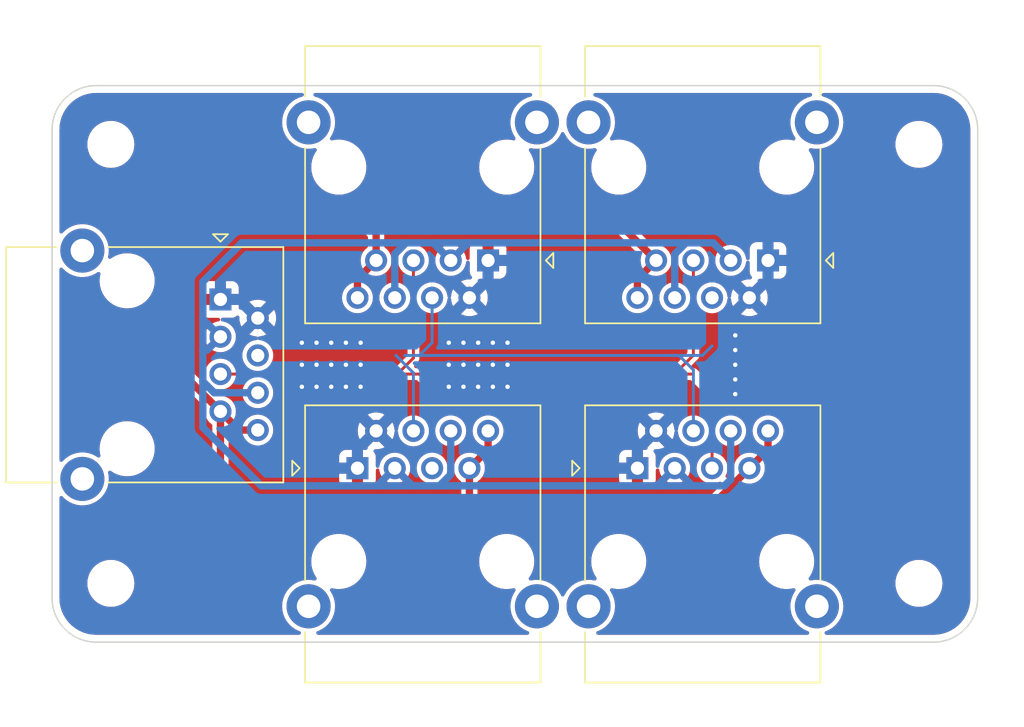
<source format=kicad_pcb>
(kicad_pcb (version 20221018) (generator pcbnew)
  (layers (0 "F.Cu" signal) (31 "B.Cu" signal) (34 "B.Paste" user) (35 "F.Paste" user) (36 "B.SilkS" user "B.Silkscreen") (37 "F.SilkS" user "F.Silkscreen") (38 "B.Mask" user) (39 "F.Mask" user) (44 "Edge.Cuts" user))
  (net 0 "")
  (net 1 "GND")
  (net 2 "+12V")
  (net 3 "+5V")
  (net 4 "CAN_L")
  (net 5 "CAN_H")
  (footprint "Connector_RJ:RJ45_Ninigi_GE" (layer "F.Cu") (at 122.051666 100.1725 180)
    (fp_text reference "J2" hide)
    (fp_text value "RJ45")
    (fp_line (start -4.441 -0.508) (end -4.441 0.508) (stroke (width 0.12)) (layer "F.SilkS"))
    (fp_line (start -4.441 0.508) (end -3.933 0) (stroke (width 0.12)) (layer "F.SilkS"))
    (fp_line (start -3.933 0) (end -4.441 -0.508) (stroke (width 0.12)) (layer "F.SilkS"))
    (fp_line (start -3.565 -4.28) (end -3.565 7.65) (stroke (width 0.12)) (layer "F.SilkS"))
    (fp_line (start -3.565 11.15) (end -3.565 14.59) (stroke (width 0.12)) (layer "F.SilkS"))
    (fp_line (start 12.455 -4.28) (end -3.565 -4.28) (stroke (width 0.12)) (layer "F.SilkS"))
    (fp_line (start 12.455 -4.28) (end 12.455 7.65) (stroke (width 0.12)) (layer "F.SilkS"))
    (fp_line (start 12.455 11.15) (end 12.455 14.59) (stroke (width 0.12)) (layer "F.SilkS"))
    (fp_line (start 12.455 14.59) (end -3.565 14.59) (stroke (width 0.12)) (layer "F.SilkS"))
    (pad "" np_thru_hole circle (at -1.27 6.35 180) (size 3.25 3.25) (drill 3.25) (layers "*.Cu" "*.Mask"))
    (pad "" np_thru_hole circle (at 10.16 6.35) (size 3.25 3.25) (drill 3.25) (layers "*.Cu" "*.Mask"))
    (pad "1" thru_hole rect (at 0 0) (size 1.5 1.5) (drill 0.9) (layers "*.Cu" "*.Mask") (net 1 "GND"))
    (pad "2" thru_hole circle (at 1.27 -2.54) (size 1.5 1.5) (drill 0.9) (layers "*.Cu" "*.Mask") (net 1 "GND"))
    (pad "3" thru_hole circle (at 2.54 0) (size 1.5 1.5) (drill 0.9) (layers "*.Cu" "*.Mask") (net 3 "+5V"))
    (pad "4" thru_hole circle (at 3.81 -2.54) (size 1.5 1.5) (drill 0.9) (layers "*.Cu" "*.Mask") (net 4 "CAN_L"))
    (pad "5" thru_hole circle (at 5.08 0) (size 1.5 1.5) (drill 0.9) (layers "*.Cu" "*.Mask") (net 5 "CAN_H"))
    (pad "6" thru_hole circle (at 6.35 -2.54) (size 1.5 1.5) (drill 0.9) (layers "*.Cu" "*.Mask") (net 3 "+5V"))
    (pad "7" thru_hole circle (at 7.62 0) (size 1.5 1.5) (drill 0.9) (layers "*.Cu" "*.Mask") (net 2 "+12V"))
    (pad "8" thru_hole circle (at 8.89 -2.54) (size 1.5 1.5) (drill 0.9) (layers "*.Cu" "*.Mask") (net 2 "+12V"))
    (pad "SH" thru_hole circle (at -3.325 9.4 180) (size 3 3) (drill 1.6) (layers "*.Cu" "*.Mask"))
    (pad "SH" thru_hole circle (at 12.215 9.4) (size 3 3) (drill 1.6) (layers "*.Cu" "*.Mask"))
  )
  (footprint "Connector_RJ:RJ45_Ninigi_GE" (layer "F.Cu") (at 132.216666 114.3125)
    (fp_text reference "J5" hide)
    (fp_text value "RJ45")
    (fp_line (start -4.441 -0.508) (end -4.441 0.508) (stroke (width 0.12)) (layer "F.SilkS"))
    (fp_line (start -4.441 0.508) (end -3.933 0) (stroke (width 0.12)) (layer "F.SilkS"))
    (fp_line (start -3.933 0) (end -4.441 -0.508) (stroke (width 0.12)) (layer "F.SilkS"))
    (fp_line (start -3.565 -4.28) (end -3.565 7.65) (stroke (width 0.12)) (layer "F.SilkS"))
    (fp_line (start -3.565 11.15) (end -3.565 14.59) (stroke (width 0.12)) (layer "F.SilkS"))
    (fp_line (start 12.455 -4.28) (end -3.565 -4.28) (stroke (width 0.12)) (layer "F.SilkS"))
    (fp_line (start 12.455 -4.28) (end 12.455 7.65) (stroke (width 0.12)) (layer "F.SilkS"))
    (fp_line (start 12.455 11.15) (end 12.455 14.59) (stroke (width 0.12)) (layer "F.SilkS"))
    (fp_line (start 12.455 14.59) (end -3.565 14.59) (stroke (width 0.12)) (layer "F.SilkS"))
    (pad "" np_thru_hole circle (at -1.27 6.35) (size 3.25 3.25) (drill 3.25) (layers "*.Cu" "*.Mask"))
    (pad "" np_thru_hole circle (at 10.16 6.35 180) (size 3.25 3.25) (drill 3.25) (layers "*.Cu" "*.Mask"))
    (pad "1" thru_hole rect (at 0 0 180) (size 1.5 1.5) (drill 0.9) (layers "*.Cu" "*.Mask") (net 1 "GND"))
    (pad "2" thru_hole circle (at 1.27 -2.54 180) (size 1.5 1.5) (drill 0.9) (layers "*.Cu" "*.Mask") (net 1 "GND"))
    (pad "3" thru_hole circle (at 2.54 0 180) (size 1.5 1.5) (drill 0.9) (layers "*.Cu" "*.Mask") (net 3 "+5V"))
    (pad "4" thru_hole circle (at 3.81 -2.54 180) (size 1.5 1.5) (drill 0.9) (layers "*.Cu" "*.Mask") (net 4 "CAN_L"))
    (pad "5" thru_hole circle (at 5.08 0 180) (size 1.5 1.5) (drill 0.9) (layers "*.Cu" "*.Mask") (net 5 "CAN_H"))
    (pad "6" thru_hole circle (at 6.35 -2.54 180) (size 1.5 1.5) (drill 0.9) (layers "*.Cu" "*.Mask") (net 3 "+5V"))
    (pad "7" thru_hole circle (at 7.62 0 180) (size 1.5 1.5) (drill 0.9) (layers "*.Cu" "*.Mask") (net 2 "+12V"))
    (pad "8" thru_hole circle (at 8.89 -2.54 180) (size 1.5 1.5) (drill 0.9) (layers "*.Cu" "*.Mask") (net 2 "+12V"))
    (pad "SH" thru_hole circle (at -3.325 9.4) (size 3 3) (drill 1.6) (layers "*.Cu" "*.Mask"))
    (pad "SH" thru_hole circle (at 12.215 9.4 180) (size 3 3) (drill 1.6) (layers "*.Cu" "*.Mask"))
  )
  (footprint "MountingHole:MountingHole_2.7mm_M2.5_DIN965" (layer "F.Cu") (at 151.376666 92.2725)
    (fp_text reference "REF**" hide)
    (fp_text value "MountingHole_2.7mm_M2.5_DIN965" hide)
    (pad "" np_thru_hole circle (at 0 0) (size 2.7 2.7) (drill 2.7) (layers "F&B.Cu" "*.Mask"))
  )
  (footprint "Connector_RJ:RJ45_Ninigi_GE" (layer "F.Cu") (at 103.836666 102.8275 -90)
    (fp_text reference "J1" hide)
    (fp_text value "RJ45")
    (fp_line (start -4.441 -0.508) (end -4.441 0.508) (stroke (width 0.12)) (layer "F.SilkS"))
    (fp_line (start -4.441 0.508) (end -3.933 0) (stroke (width 0.12)) (layer "F.SilkS"))
    (fp_line (start -3.933 0) (end -4.441 -0.508) (stroke (width 0.12)) (layer "F.SilkS"))
    (fp_line (start -3.565 -4.28) (end -3.565 7.65) (stroke (width 0.12)) (layer "F.SilkS"))
    (fp_line (start -3.565 11.15) (end -3.565 14.59) (stroke (width 0.12)) (layer "F.SilkS"))
    (fp_line (start 12.455 -4.28) (end -3.565 -4.28) (stroke (width 0.12)) (layer "F.SilkS"))
    (fp_line (start 12.455 -4.28) (end 12.455 7.65) (stroke (width 0.12)) (layer "F.SilkS"))
    (fp_line (start 12.455 11.15) (end 12.455 14.59) (stroke (width 0.12)) (layer "F.SilkS"))
    (fp_line (start 12.455 14.59) (end -3.565 14.59) (stroke (width 0.12)) (layer "F.SilkS"))
    (pad "" np_thru_hole circle (at -1.27 6.35 270) (size 3.25 3.25) (drill 3.25) (layers "*.Cu" "*.Mask"))
    (pad "" np_thru_hole circle (at 10.16 6.35 90) (size 3.25 3.25) (drill 3.25) (layers "*.Cu" "*.Mask"))
    (pad "1" thru_hole rect (at 0 0 90) (size 1.5 1.5) (drill 0.9) (layers "*.Cu" "*.Mask") (net 1 "GND"))
    (pad "2" thru_hole circle (at 1.27 -2.54 90) (size 1.5 1.5) (drill 0.9) (layers "*.Cu" "*.Mask") (net 1 "GND"))
    (pad "3" thru_hole circle (at 2.54 0 90) (size 1.5 1.5) (drill 0.9) (layers "*.Cu" "*.Mask") (net 3 "+5V"))
    (pad "4" thru_hole circle (at 3.81 -2.54 90) (size 1.5 1.5) (drill 0.9) (layers "*.Cu" "*.Mask") (net 4 "CAN_L"))
    (pad "5" thru_hole circle (at 5.08 0 90) (size 1.5 1.5) (drill 0.9) (layers "*.Cu" "*.Mask") (net 5 "CAN_H"))
    (pad "6" thru_hole circle (at 6.35 -2.54 90) (size 1.5 1.5) (drill 0.9) (layers "*.Cu" "*.Mask") (net 3 "+5V"))
    (pad "7" thru_hole circle (at 7.62 0 90) (size 1.5 1.5) (drill 0.9) (layers "*.Cu" "*.Mask") (net 2 "+12V"))
    (pad "8" thru_hole circle (at 8.89 -2.54 90) (size 1.5 1.5) (drill 0.9) (layers "*.Cu" "*.Mask") (net 2 "+12V"))
    (pad "SH" thru_hole circle (at -3.325 9.4 270) (size 3 3) (drill 1.6) (layers "*.Cu" "*.Mask"))
    (pad "SH" thru_hole circle (at 12.215 9.4 90) (size 3 3) (drill 1.6) (layers "*.Cu" "*.Mask"))
  )
  (footprint "MountingHole:MountingHole_2.7mm_M2.5_DIN965" (layer "F.Cu") (at 96.376666 92.2725)
    (fp_text reference "REF**" hide)
    (fp_text value "MountingHole_2.7mm_M2.5_DIN965" hide)
    (pad "" np_thru_hole circle (at 0 0) (size 2.7 2.7) (drill 2.7) (layers "F&B.Cu" "*.Mask"))
  )
  (footprint "Connector_RJ:RJ45_Ninigi_GE" (layer "F.Cu") (at 141.106666 100.1725 180)
    (fp_text reference "J3" hide)
    (fp_text value "RJ45")
    (fp_line (start -4.441 -0.508) (end -4.441 0.508) (stroke (width 0.12)) (layer "F.SilkS"))
    (fp_line (start -4.441 0.508) (end -3.933 0) (stroke (width 0.12)) (layer "F.SilkS"))
    (fp_line (start -3.933 0) (end -4.441 -0.508) (stroke (width 0.12)) (layer "F.SilkS"))
    (fp_line (start -3.565 -4.28) (end -3.565 7.65) (stroke (width 0.12)) (layer "F.SilkS"))
    (fp_line (start -3.565 11.15) (end -3.565 14.59) (stroke (width 0.12)) (layer "F.SilkS"))
    (fp_line (start 12.455 -4.28) (end -3.565 -4.28) (stroke (width 0.12)) (layer "F.SilkS"))
    (fp_line (start 12.455 -4.28) (end 12.455 7.65) (stroke (width 0.12)) (layer "F.SilkS"))
    (fp_line (start 12.455 11.15) (end 12.455 14.59) (stroke (width 0.12)) (layer "F.SilkS"))
    (fp_line (start 12.455 14.59) (end -3.565 14.59) (stroke (width 0.12)) (layer "F.SilkS"))
    (pad "" np_thru_hole circle (at -1.27 6.35 180) (size 3.25 3.25) (drill 3.25) (layers "*.Cu" "*.Mask"))
    (pad "" np_thru_hole circle (at 10.16 6.35) (size 3.25 3.25) (drill 3.25) (layers "*.Cu" "*.Mask"))
    (pad "1" thru_hole rect (at 0 0) (size 1.5 1.5) (drill 0.9) (layers "*.Cu" "*.Mask") (net 1 "GND"))
    (pad "2" thru_hole circle (at 1.27 -2.54) (size 1.5 1.5) (drill 0.9) (layers "*.Cu" "*.Mask") (net 1 "GND"))
    (pad "3" thru_hole circle (at 2.54 0) (size 1.5 1.5) (drill 0.9) (layers "*.Cu" "*.Mask") (net 3 "+5V"))
    (pad "4" thru_hole circle (at 3.81 -2.54) (size 1.5 1.5) (drill 0.9) (layers "*.Cu" "*.Mask") (net 4 "CAN_L"))
    (pad "5" thru_hole circle (at 5.08 0) (size 1.5 1.5) (drill 0.9) (layers "*.Cu" "*.Mask") (net 5 "CAN_H"))
    (pad "6" thru_hole circle (at 6.35 -2.54) (size 1.5 1.5) (drill 0.9) (layers "*.Cu" "*.Mask") (net 3 "+5V"))
    (pad "7" thru_hole circle (at 7.62 0) (size 1.5 1.5) (drill 0.9) (layers "*.Cu" "*.Mask") (net 2 "+12V"))
    (pad "8" thru_hole circle (at 8.89 -2.54) (size 1.5 1.5) (drill 0.9) (layers "*.Cu" "*.Mask") (net 2 "+12V"))
    (pad "SH" thru_hole circle (at -3.325 9.4 180) (size 3 3) (drill 1.6) (layers "*.Cu" "*.Mask"))
    (pad "SH" thru_hole circle (at 12.215 9.4) (size 3 3) (drill 1.6) (layers "*.Cu" "*.Mask"))
  )
  (footprint "MountingHole:MountingHole_2.7mm_M2.5_DIN965" (layer "F.Cu") (at 96.376666 122.15118)
    (fp_text reference "REF**" hide)
    (fp_text value "MountingHole_2.7mm_M2.5_DIN965" hide)
    (pad "" np_thru_hole circle (at 0 0) (size 2.7 2.7) (drill 2.7) (layers "F&B.Cu" "*.Mask"))
  )
  (footprint "Connector_RJ:RJ45_Ninigi_GE" (layer "F.Cu") (at 113.161666 114.3125)
    (fp_text reference "J4" hide)
    (fp_text value "RJ45")
    (fp_line (start -4.441 -0.508) (end -4.441 0.508) (stroke (width 0.12)) (layer "F.SilkS"))
    (fp_line (start -4.441 0.508) (end -3.933 0) (stroke (width 0.12)) (layer "F.SilkS"))
    (fp_line (start -3.933 0) (end -4.441 -0.508) (stroke (width 0.12)) (layer "F.SilkS"))
    (fp_line (start -3.565 -4.28) (end -3.565 7.65) (stroke (width 0.12)) (layer "F.SilkS"))
    (fp_line (start -3.565 11.15) (end -3.565 14.59) (stroke (width 0.12)) (layer "F.SilkS"))
    (fp_line (start 12.455 -4.28) (end -3.565 -4.28) (stroke (width 0.12)) (layer "F.SilkS"))
    (fp_line (start 12.455 -4.28) (end 12.455 7.65) (stroke (width 0.12)) (layer "F.SilkS"))
    (fp_line (start 12.455 11.15) (end 12.455 14.59) (stroke (width 0.12)) (layer "F.SilkS"))
    (fp_line (start 12.455 14.59) (end -3.565 14.59) (stroke (width 0.12)) (layer "F.SilkS"))
    (pad "" np_thru_hole circle (at -1.27 6.35) (size 3.25 3.25) (drill 3.25) (layers "*.Cu" "*.Mask"))
    (pad "" np_thru_hole circle (at 10.16 6.35 180) (size 3.25 3.25) (drill 3.25) (layers "*.Cu" "*.Mask"))
    (pad "1" thru_hole rect (at 0 0 180) (size 1.5 1.5) (drill 0.9) (layers "*.Cu" "*.Mask") (net 1 "GND"))
    (pad "2" thru_hole circle (at 1.27 -2.54 180) (size 1.5 1.5) (drill 0.9) (layers "*.Cu" "*.Mask") (net 1 "GND"))
    (pad "3" thru_hole circle (at 2.54 0 180) (size 1.5 1.5) (drill 0.9) (layers "*.Cu" "*.Mask") (net 3 "+5V"))
    (pad "4" thru_hole circle (at 3.81 -2.54 180) (size 1.5 1.5) (drill 0.9) (layers "*.Cu" "*.Mask") (net 4 "CAN_L"))
    (pad "5" thru_hole circle (at 5.08 0 180) (size 1.5 1.5) (drill 0.9) (layers "*.Cu" "*.Mask") (net 5 "CAN_H"))
    (pad "6" thru_hole circle (at 6.35 -2.54 180) (size 1.5 1.5) (drill 0.9) (layers "*.Cu" "*.Mask") (net 3 "+5V"))
    (pad "7" thru_hole circle (at 7.62 0 180) (size 1.5 1.5) (drill 0.9) (layers "*.Cu" "*.Mask") (net 2 "+12V"))
    (pad "8" thru_hole circle (at 8.89 -2.54 180) (size 1.5 1.5) (drill 0.9) (layers "*.Cu" "*.Mask") (net 2 "+12V"))
    (pad "SH" thru_hole circle (at -3.325 9.4) (size 3 3) (drill 1.6) (layers "*.Cu" "*.Mask"))
    (pad "SH" thru_hole circle (at 12.215 9.4 180) (size 3 3) (drill 1.6) (layers "*.Cu" "*.Mask"))
  )
  (footprint "MountingHole:MountingHole_2.7mm_M2.5_DIN965" (layer "F.Cu") (at 151.376666 122.15118)
    (fp_text reference "REF**" hide)
    (fp_text value "MountingHole_2.7mm_M2.5_DIN965" hide)
    (pad "" np_thru_hole circle (at 0 0) (size 2.7 2.7) (drill 2.7) (layers "F&B.Cu" "*.Mask"))
  )
  (gr_line (start 155.376666 91.2725) (end 155.376666 107.2725) (stroke (width 0.1)) (layer "Edge.Cuts"))
  (gr_arc (start 152.376666 88.2725) (mid 154.498008 89.151168) (end 155.376666 91.2725) (stroke (width 0.1)) (layer "Edge.Cuts"))
  (gr_arc (start 155.376666 123.15118) (mid 154.497984 125.272488) (end 152.376666 126.15118) (stroke (width 0.1)) (layer "Edge.Cuts"))
  (gr_arc (start 95.376666 126.15118) (mid 93.255368 125.272488) (end 92.376666 123.15118) (stroke (width 0.1)) (layer "Edge.Cuts"))
  (gr_arc (start 92.376666 91.2725) (mid 93.255344 89.151168) (end 95.376666 88.2725) (stroke (width 0.1)) (layer "Edge.Cuts"))
  (gr_line (start 92.376666 123.15118) (end 92.376666 107.2725) (stroke (width 0.1)) (layer "Edge.Cuts"))
  (gr_line (start 152.376666 126.15118) (end 95.376666 126.15118) (stroke (width 0.1)) (layer "Edge.Cuts"))
  (gr_line (start 155.376666 107.2725) (end 155.376666 123.15118) (stroke (width 0.1)) (layer "Edge.Cuts"))
  (gr_line (start 95.376666 88.2725) (end 152.376666 88.2725) (stroke (width 0.1)) (layer "Edge.Cuts"))
  (gr_line (start 92.376666 107.2725) (end 92.376666 91.2725) (stroke (width 0.1)) (layer "Edge.Cuts"))
  (via (at 113.376666 105.7725) (size 0.6) (drill 0.3) (layers "F.Cu" "B.Cu") (net 1))
  (via (at 119.376666 107.2725) (size 0.6) (drill 0.3) (layers "F.Cu" "B.Cu") (net 1))
  (via (at 122.376666 108.7725) (size 0.6) (drill 0.3) (layers "F.Cu" "B.Cu") (net 1))
  (via (at 112.376666 107.2725) (size 0.6) (drill 0.3) (layers "F.Cu" "B.Cu") (net 1))
  (via (at 112.376666 105.7725) (size 0.6) (drill 0.3) (layers "F.Cu" "B.Cu") (net 1))
  (via (at 122.376666 107.2725) (size 0.6) (drill 0.3) (layers "F.Cu" "B.Cu") (net 1))
  (via (at 111.376666 108.7725) (size 0.6) (drill 0.3) (layers "F.Cu" "B.Cu") (net 1))
  (via (at 138.876666 107.2725) (size 0.6) (drill 0.3) (layers "F.Cu" "B.Cu") (net 1))
  (via (at 120.376666 107.2725) (size 0.6) (drill 0.3) (layers "F.Cu" "B.Cu") (net 1))
  (via (at 110.376666 107.2725) (size 0.6) (drill 0.3) (layers "F.Cu" "B.Cu") (net 1))
  (via (at 121.376666 107.2725) (size 0.6) (drill 0.3) (layers "F.Cu" "B.Cu") (net 1))
  (via (at 120.376666 105.7725) (size 0.6) (drill 0.3) (layers "F.Cu" "B.Cu") (net 1))
  (via (at 109.376666 105.7725) (size 0.6) (drill 0.3) (layers "F.Cu" "B.Cu") (net 1))
  (via (at 111.376666 105.7725) (size 0.6) (drill 0.3) (layers "F.Cu" "B.Cu") (net 1))
  (via (at 119.376666 108.7725) (size 0.6) (drill 0.3) (layers "F.Cu" "B.Cu") (net 1))
  (via (at 109.376666 107.2725) (size 0.6) (drill 0.3) (layers "F.Cu" "B.Cu") (net 1))
  (via (at 138.876666 106.2725) (size 0.6) (drill 0.3) (layers "F.Cu" "B.Cu") (net 1))
  (via (at 120.376666 108.7725) (size 0.6) (drill 0.3) (layers "F.Cu" "B.Cu") (net 1))
  (via (at 138.876666 108.2725) (size 0.6) (drill 0.3) (layers "F.Cu" "B.Cu") (net 1))
  (via (at 121.376666 108.7725) (size 0.6) (drill 0.3) (layers "F.Cu" "B.Cu") (net 1))
  (via (at 111.376666 107.2725) (size 0.6) (drill 0.3) (layers "F.Cu" "B.Cu") (net 1))
  (via (at 121.376666 105.7725) (size 0.6) (drill 0.3) (layers "F.Cu" "B.Cu") (net 1))
  (via (at 112.376666 108.7725) (size 0.6) (drill 0.3) (layers "F.Cu" "B.Cu") (net 1))
  (via (at 110.376666 108.7725) (size 0.6) (drill 0.3) (layers "F.Cu" "B.Cu") (net 1))
  (via (at 113.376666 108.7725) (size 0.6) (drill 0.3) (layers "F.Cu" "B.Cu") (net 1))
  (via (at 119.376666 105.7725) (size 0.6) (drill 0.3) (layers "F.Cu" "B.Cu") (net 1))
  (via (at 110.376666 105.7725) (size 0.6) (drill 0.3) (layers "F.Cu" "B.Cu") (net 1))
  (via (at 123.376666 107.2725) (size 0.6) (drill 0.3) (layers "F.Cu" "B.Cu") (net 1))
  (via (at 122.376666 105.7725) (size 0.6) (drill 0.3) (layers "F.Cu" "B.Cu") (net 1))
  (via (at 109.376666 108.7725) (size 0.6) (drill 0.3) (layers "F.Cu" "B.Cu") (net 1))
  (via (at 123.376666 108.7725) (size 0.6) (drill 0.3) (layers "F.Cu" "B.Cu") (net 1))
  (via (at 138.876666 105.2725) (size 0.6) (drill 0.3) (layers "F.Cu" "B.Cu") (net 1))
  (via (at 113.376666 107.2725) (size 0.6) (drill 0.3) (layers "F.Cu" "B.Cu") (net 1))
  (via (at 138.876666 109.2725) (size 0.6) (drill 0.3) (layers "F.Cu" "B.Cu") (net 1))
  (via (at 123.376666 105.7725) (size 0.6) (drill 0.3) (layers "F.Cu" "B.Cu") (net 1))
  (segment (start 120.781666 117.3675) (end 120.376666 117.7725) (width 0.5) (layer "F.Cu") (net 2))
  (segment (start 120.376666 117.7725) (end 105.376666 117.7725) (width 0.5) (layer "F.Cu") (net 2))
  (segment (start 103.836666 116.2325) (end 103.836666 110.4475) (width 0.5) (layer "F.Cu") (net 2))
  (segment (start 100.876666 99.7725) (end 103.876666 96.7725) (width 0.5) (layer "F.Cu") (net 2))
  (segment (start 114.431666 100.1725) (end 114.431666 98.3275) (width 0.5) (layer "F.Cu") (net 2))
  (segment (start 103.836666 110.4475) (end 100.876666 107.4875) (width 0.5) (layer "F.Cu") (net 2))
  (segment (start 136.376666 117.7725) (end 120.376666 117.7725) (width 0.5) (layer "F.Cu") (net 2))
  (segment (start 105.376666 117.7725) (end 103.836666 116.2325) (width 0.5) (layer "F.Cu") (net 2))
  (segment (start 106.376666 111.7175) (end 105.106666 111.7175) (width 0.5) (layer "F.Cu") (net 2))
  (segment (start 113.161666 101.4425) (end 114.431666 100.1725) (width 0.5) (layer "F.Cu") (net 2))
  (segment (start 112.876666 96.7725) (end 130.086666 96.7725) (width 0.5) (layer "F.Cu") (net 2))
  (segment (start 132.216666 102.7125) (end 132.216666 101.4425) (width 0.5) (layer "F.Cu") (net 2))
  (segment (start 141.106666 113.0425) (end 139.836666 114.3125) (width 0.5) (layer "F.Cu") (net 2))
  (segment (start 103.876666 96.7725) (end 112.876666 96.7725) (width 0.5) (layer "F.Cu") (net 2))
  (segment (start 120.781666 114.3125) (end 120.781666 117.3675) (width 0.5) (layer "F.Cu") (net 2))
  (segment (start 139.836666 114.3125) (end 136.376666 117.7725) (width 0.5) (layer "F.Cu") (net 2))
  (segment (start 100.876666 107.4875) (end 100.876666 99.7725) (width 0.5) (layer "F.Cu") (net 2))
  (segment (start 130.086666 96.7725) (end 133.486666 100.1725) (width 0.5) (layer "F.Cu") (net 2))
  (segment (start 141.106666 111.7725) (end 141.106666 113.0425) (width 0.5) (layer "F.Cu") (net 2))
  (segment (start 114.431666 98.3275) (end 112.876666 96.7725) (width 0.5) (layer "F.Cu") (net 2))
  (segment (start 122.051666 111.7725) (end 122.051666 113.0425) (width 0.5) (layer "F.Cu") (net 2))
  (segment (start 132.216666 101.4425) (end 133.486666 100.1725) (width 0.5) (layer "F.Cu") (net 2))
  (segment (start 105.106666 111.7175) (end 103.836666 110.4475) (width 0.5) (layer "F.Cu") (net 2))
  (segment (start 122.051666 113.0425) (end 120.781666 114.3125) (width 0.5) (layer "F.Cu") (net 2))
  (segment (start 113.161666 102.7125) (end 113.161666 101.4425) (width 0.5) (layer "F.Cu") (net 2))
  (segment (start 133.376666 115.5125) (end 118.738723 115.5125) (width 0.5) (layer "B.Cu") (net 3))
  (segment (start 135.956666 115.5125) (end 133.376666 115.5125) (width 0.5) (layer "B.Cu") (net 3))
  (segment (start 106.376666 109.1775) (end 103.409609 109.1775) (width 0.5) (layer "B.Cu") (net 3))
  (segment (start 116.474609 98.9725) (end 118.311666 98.9725) (width 0.5) (layer "B.Cu") (net 3))
  (segment (start 137.366666 98.9725) (end 135.529609 98.9725) (width 0.5) (layer "B.Cu") (net 3))
  (segment (start 102.636666 101.6275) (end 105.291666 98.9725) (width 0.5) (layer "B.Cu") (net 3))
  (segment (start 102.931666 106.2725) (end 102.636666 106.2725) (width 0.5) (layer "B.Cu") (net 3))
  (segment (start 115.701666 99.745443) (end 116.474609 98.9725) (width 0.5) (layer "B.Cu") (net 3))
  (segment (start 119.511666 114.739557) (end 119.511666 111.7725) (width 0.5) (layer "B.Cu") (net 3))
  (segment (start 138.566666 115.0825) (end 138.566666 111.7725) (width 0.5) (layer "B.Cu") (net 3))
  (segment (start 133.556666 115.5125) (end 133.376666 115.5125) (width 0.5) (layer "B.Cu") (net 3))
  (segment (start 138.136666 115.5125) (end 138.566666 115.0825) (width 0.5) (layer "B.Cu") (net 3))
  (segment (start 118.311666 98.9725) (end 121.376666 98.9725) (width 0.5) (layer "B.Cu") (net 3))
  (segment (start 115.701666 102.7125) (end 115.701666 99.745443) (width 0.5) (layer "B.Cu") (net 3))
  (segment (start 135.956666 115.5125) (end 138.136666 115.5125) (width 0.5) (layer "B.Cu") (net 3))
  (segment (start 118.738723 115.5125) (end 119.511666 114.739557) (width 0.5) (layer "B.Cu") (net 3))
  (segment (start 135.529609 98.9725) (end 134.756666 99.745443) (width 0.5) (layer "B.Cu") (net 3))
  (segment (start 138.566666 100.1725) (end 137.366666 98.9725) (width 0.5) (layer "B.Cu") (net 3))
  (segment (start 115.701666 114.3125) (end 114.501666 115.5125) (width 0.5) (layer "B.Cu") (net 3))
  (segment (start 116.901666 115.5125) (end 118.738723 115.5125) (width 0.5) (layer "B.Cu") (net 3))
  (segment (start 103.409609 109.1775) (end 102.636666 108.404557) (width 0.5) (layer "B.Cu") (net 3))
  (segment (start 103.836666 105.3675) (end 102.931666 106.2725) (width 0.5) (layer "B.Cu") (net 3))
  (segment (start 120.711666 98.9725) (end 119.511666 100.1725) (width 0.5) (layer "B.Cu") (net 3))
  (segment (start 115.701666 114.3125) (end 116.901666 115.5125) (width 0.5) (layer "B.Cu") (net 3))
  (segment (start 103.836666 105.3675) (end 102.636666 104.1675) (width 0.5) (layer "B.Cu") (net 3))
  (segment (start 102.636666 111.5325) (end 102.636666 108.404557) (width 0.5) (layer "B.Cu") (net 3))
  (segment (start 134.756666 114.3125) (end 135.956666 115.5125) (width 0.5) (layer "B.Cu") (net 3))
  (segment (start 135.529609 98.9725) (end 121.376666 98.9725) (width 0.5) (layer "B.Cu") (net 3))
  (segment (start 102.636666 104.1675) (end 102.636666 101.6275) (width 0.5) (layer "B.Cu") (net 3))
  (segment (start 134.756666 114.3125) (end 133.556666 115.5125) (width 0.5) (layer "B.Cu") (net 3))
  (segment (start 134.756666 99.745443) (end 134.756666 102.7125) (width 0.5) (layer "B.Cu") (net 3))
  (segment (start 114.501666 115.5125) (end 116.901666 115.5125) (width 0.5) (layer "B.Cu") (net 3))
  (segment (start 102.636666 108.404557) (end 102.636666 106.2725) (width 0.5) (layer "B.Cu") (net 3))
  (segment (start 121.376666 98.9725) (end 120.711666 98.9725) (width 0.5) (layer "B.Cu") (net 3))
  (segment (start 105.291666 98.9725) (end 116.474609 98.9725) (width 0.5) (layer "B.Cu") (net 3))
  (segment (start 102.636666 106.2725) (end 102.636666 104.1675) (width 0.5) (layer "B.Cu") (net 3))
  (segment (start 114.501666 115.5125) (end 106.616666 115.5125) (width 0.5) (layer "B.Cu") (net 3))
  (segment (start 118.311666 98.9725) (end 119.511666 100.1725) (width 0.5) (layer "B.Cu") (net 3))
  (segment (start 106.616666 115.5125) (end 102.636666 111.5325) (width 0.5) (layer "B.Cu") (net 3))
  (segment (start 118.241666 102.7125) (end 118.241666 105.7725) (width 0.2) (layer "B.Cu") (net 4))
  (segment (start 134.376666 106.6375) (end 117.376666 106.6375) (width 0.2) (layer "B.Cu") (net 4))
  (segment (start 136.646666 106.6375) (end 137.296666 105.9875) (width 0.2) (layer "B.Cu") (net 4))
  (segment (start 117.376666 106.6375) (end 116.376666 106.6375) (width 0.2) (layer "B.Cu") (net 4))
  (segment (start 136.026666 111.7725) (end 136.026666 107.6225) (width 0.2) (layer "B.Cu") (net 4))
  (segment (start 135.041666 106.6375) (end 134.376666 106.6375) (width 0.2) (layer "B.Cu") (net 4))
  (segment (start 136.026666 107.6225) (end 135.041666 106.6375) (width 0.2) (layer "B.Cu") (net 4))
  (segment (start 116.971666 111.7725) (end 116.971666 107.8275) (width 0.2) (layer "B.Cu") (net 4))
  (segment (start 118.241666 105.7725) (end 117.376666 106.6375) (width 0.2) (layer "B.Cu") (net 4))
  (segment (start 134.376666 106.6375) (end 136.646666 106.6375) (width 0.2) (layer "B.Cu") (net 4))
  (segment (start 116.971666 107.8275) (end 115.781666 106.6375) (width 0.2) (layer "B.Cu") (net 4))
  (segment (start 118.241666 108.7725) (end 117.376666 107.9075) (width 0.2) (layer "F.Cu") (net 5))
  (segment (start 103.836666 107.9075) (end 116.376666 107.9075) (width 0.2) (layer "F.Cu") (net 5))
  (segment (start 134.741666 107.9075) (end 136.026666 106.6225) (width 0.2) (layer "F.Cu") (net 5))
  (segment (start 116.376666 107.9075) (end 117.376666 107.9075) (width 0.2) (layer "F.Cu") (net 5))
  (segment (start 136.026666 106.6225) (end 136.026666 100.1725) (width 0.2) (layer "F.Cu") (net 5))
  (segment (start 116.971666 106.8125) (end 115.876666 107.9075) (width 0.2) (layer "F.Cu") (net 5))
  (segment (start 137.296666 109.1925) (end 137.296666 114.3125) (width 0.2) (layer "F.Cu") (net 5))
  (segment (start 116.971666 100.1725) (end 116.971666 106.8125) (width 0.2) (layer "F.Cu") (net 5))
  (segment (start 117.376666 107.9075) (end 134.741666 107.9075) (width 0.2) (layer "F.Cu") (net 5))
  (segment (start 134.741666 107.9075) (end 136.011666 107.9075) (width 0.2) (layer "F.Cu") (net 5))
  (zone (net 1) (net_name "GND") (layers "F&B.Cu") (connect_pads (clearance 0.3)) (min_thickness 0.25) (fill yes (thermal_gap 0.5) (thermal_bridge_width 0.75))
    (polygon (pts (xy 91.554084 82.945834) (xy 158.554084 82.445834) (xy 158.554084 131.445834) (xy 91.554084 131.945834)))
  )
)
</source>
